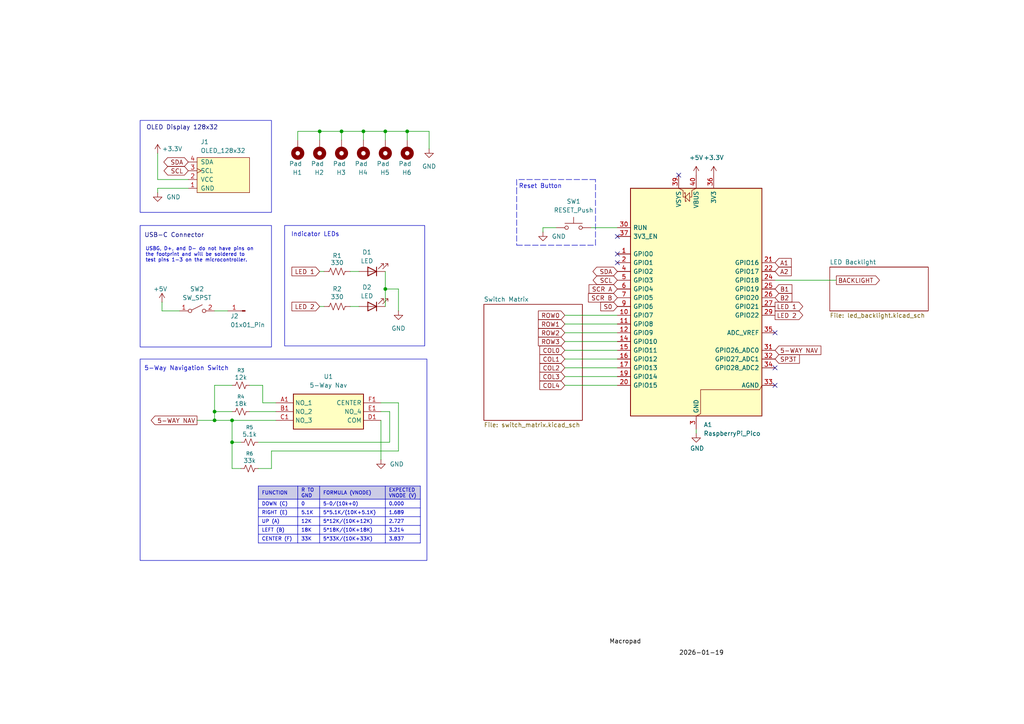
<source format=kicad_sch>
(kicad_sch (version 20250114) (generator "eeschema") (generator_version "9.0")
  (paper "A4")
  (lib_symbols
    (symbol "Connector:Conn_01x01_Pin" (pin_names (offset 1.016) (hide yes))
      (property "Reference" "J" (at 0 2.54 0))
      (property "Value" "Conn_01x01_Pin" (at 0 -2.54 0))
      (symbol "Conn_01x01_Pin_1_1"
        (rectangle (start 0.8636 0.127) (end 0 -0.127) (stroke (width 0.1524)) (fill (type outline)))
        (polyline (pts (xy 1.27 0) (xy 0.8636 0)) (stroke (width 0.1524)))
        (pin passive line (at 5.08 0 180) (length 3.81) (name "Pin_1") (number "1"))
      )
    )
    (symbol "Device:LED" (pin_numbers (hide yes)) (pin_names (offset 1.016) (hide yes))
      (property "Reference" "D" (at 0 2.54 0))
      (property "Value" "LED" (at 0 -2.54 0))
      (symbol "LED_0_1"
        (polyline (pts (xy -3.048 -0.762) (xy -4.572 -2.286) (xy -3.81 -2.286) (xy -4.572 -2.286) (xy -4.572 -1.524)))
        (polyline (pts (xy -1.778 -0.762) (xy -3.302 -2.286) (xy -2.54 -2.286) (xy -3.302 -2.286) (xy -3.302 -1.524)))
        (polyline (pts (xy -1.27 0) (xy 1.27 0)))
        (polyline (pts (xy -1.27 -1.27) (xy -1.27 1.27)) (stroke (width 0.254)))
        (polyline (pts (xy 1.27 -1.27) (xy 1.27 1.27) (xy -1.27 0) (xy 1.27 -1.27)) (stroke (width 0.254)))
      )
      (symbol "LED_1_1"
        (pin passive line (at -3.81 0 0) (length 2.54) (name "K") (number "1"))
        (pin passive line (at 3.81 0 180) (length 2.54) (name "A") (number "2"))
      )
    )
    (symbol "Device:R_Small_US" (pin_numbers (hide yes)) (pin_names (offset 0.254) (hide yes))
      (property "Reference" "R" (at 0.762 0.508 0))
      (property "Value" "R_Small_US" (at 0.762 -1.016 0))
      (symbol "R_Small_US_1_1"
        (polyline (pts (xy 0 1.524) (xy 1.016 1.143) (xy 0 0.762) (xy -1.016 0.381) (xy 0 0)))
        (polyline (pts (xy 0 0) (xy 1.016 -0.381) (xy 0 -0.762) (xy -1.016 -1.143) (xy 0 -1.524)))
        (pin passive line (at 0 2.54 270) (length 1.016) (name "~") (number "1"))
        (pin passive line (at 0 -2.54 90) (length 1.016) (name "~") (number "2"))
      )
    )
    (symbol "Device:R_US" (pin_numbers (hide yes)) (pin_names (offset 0))
      (property "Reference" "R" (at 2.54 0 90))
      (property "Value" "R_US" (at -2.54 0 90))
      (symbol "R_US_0_1"
        (polyline (pts (xy 0 2.286) (xy 0 2.54)))
        (polyline (pts (xy 0 2.286) (xy 1.016 1.905) (xy 0 1.524) (xy -1.016 1.143) (xy 0 0.762)))
        (polyline (pts (xy 0 0.762) (xy 1.016 0.381) (xy 0 0) (xy -1.016 -0.381) (xy 0 -0.762)))
        (polyline (pts (xy 0 -0.762) (xy 1.016 -1.143) (xy 0 -1.524) (xy -1.016 -1.905) (xy 0 -2.286)))
        (polyline (pts (xy 0 -2.286) (xy 0 -2.54)))
      )
      (symbol "R_US_1_1"
        (pin passive line (at 0 3.81 270) (length 1.27) (name "~") (number "1"))
        (pin passive line (at 0 -3.81 90) (length 1.27) (name "~") (number "2"))
      )
    )
    (symbol "MCU_Module:RaspberryPi_Pico" (pin_names (offset 0.762))
      (property "Reference" "A" (at -19.05 35.56 0))
      (property "Value" "RaspberryPi_Pico" (at 7.62 35.56 0))
      (symbol "RaspberryPi_Pico_0_1"
        (rectangle (start -19.05 34.29) (end 19.05 -31.75) (stroke (width 0.254)) (fill (type background)))
        (polyline (pts (xy -5.08 34.29) (xy -3.81 33.655) (xy -3.81 31.75) (xy -3.175 31.75)))
        (polyline (pts (xy -3.429 32.766) (xy -3.429 33.02) (xy -3.175 33.02) (xy -3.175 30.48) (xy -2.921 30.48) (xy -2.921 30.734)))
        (polyline (pts (xy -3.175 31.75) (xy -1.905 33.02) (xy -1.905 30.48) (xy -3.175 31.75)))
        (polyline (pts (xy 0 34.29) (xy -1.27 33.655) (xy -1.27 31.75) (xy -1.905 31.75)))
        (polyline (pts (xy 0 -31.75) (xy 1.27 -31.115) (xy 1.27 -24.13) (xy 18.415 -24.13) (xy 19.05 -22.86)))
      )
      (symbol "RaspberryPi_Pico_1_1"
        (pin passive line (at -22.86 22.86 0) (length 3.81) (name "RUN") (number "30"))
        (pin passive line (at -22.86 20.32 0) (length 3.81) (name "3V3_EN") (number "37"))
        (pin bidirectional line (at -22.86 15.24 0) (length 3.81) (name "GPIO0") (number "1"))
        (pin bidirectional line (at -22.86 12.7 0) (length 3.81) (name "GPIO1") (number "2"))
        (pin bidirectional line (at -22.86 10.16 0) (length 3.81) (name "GPIO2") (number "4"))
        (pin bidirectional line (at -22.86 7.62 0) (length 3.81) (name "GPIO3") (number "5"))
        (pin bidirectional line (at -22.86 5.08 0) (length 3.81) (name "GPIO4") (number "6"))
        (pin bidirectional line (at -22.86 2.54 0) (length 3.81) (name "GPIO5") (number "7"))
        (pin bidirectional line (at -22.86 0 0) (length 3.81) (name "GPIO6") (number "9"))
        (pin bidirectional line (at -22.86 -2.54 0) (length 3.81) (name "GPIO7") (number "10"))
        (pin bidirectional line (at -22.86 -5.08 0) (length 3.81) (name "GPIO8") (number "11"))
        (pin bidirectional line (at -22.86 -7.62 0) (length 3.81) (name "GPIO9") (number "12"))
        (pin bidirectional line (at -22.86 -10.16 0) (length 3.81) (name "GPIO10") (number "14"))
        (pin bidirectional line (at -22.86 -12.7 0) (length 3.81) (name "GPIO11") (number "15"))
        (pin bidirectional line (at -22.86 -15.24 0) (length 3.81) (name "GPIO12") (number "16"))
        (pin bidirectional line (at -22.86 -17.78 0) (length 3.81) (name "GPIO13") (number "17"))
        (pin bidirectional line (at -22.86 -20.32 0) (length 3.81) (name "GPIO14") (number "19"))
        (pin bidirectional line (at -22.86 -22.86 0) (length 3.81) (name "GPIO15") (number "20"))
        (pin power_in line (at -5.08 38.1 270) (length 3.81) (name "VSYS") (number "39"))
        (pin power_out line (at 0 38.1 270) (length 3.81) (name "VBUS") (number "40"))
        (pin passive line (at 0 -35.56 90) (length 3.81) (hide yes) (name "GND") (number "13"))
        (pin passive line (at 0 -35.56 90) (length 3.81) (hide yes) (name "GND") (number "18"))
        (pin passive line (at 0 -35.56 90) (length 3.81) (hide yes) (name "GND") (number "23"))
        (pin passive line (at 0 -35.56 90) (length 3.81) (hide yes) (name "GND") (number "28"))
        (pin power_out line (at 0 -35.56 90) (length 3.81) (name "GND") (number "3"))
        (pin passive line (at 0 -35.56 90) (length 3.81) (hide yes) (name "GND") (number "38"))
        (pin passive line (at 0 -35.56 90) (length 3.81) (hide yes) (name "GND") (number "8"))
        (pin power_out line (at 5.08 38.1 270) (length 3.81) (name "3V3") (number "36"))
        (pin bidirectional line (at 22.86 12.7 180) (length 3.81) (name "GPIO16") (number "21"))
        (pin bidirectional line (at 22.86 10.16 180) (length 3.81) (name "GPIO17") (number "22"))
        (pin bidirectional line (at 22.86 7.62 180) (length 3.81) (name "GPIO18") (number "24"))
        (pin bidirectional line (at 22.86 5.08 180) (length 3.81) (name "GPIO19") (number "25"))
        (pin bidirectional line (at 22.86 2.54 180) (length 3.81) (name "GPIO20") (number "26"))
        (pin bidirectional line (at 22.86 0 180) (length 3.81) (name "GPIO21") (number "27"))
        (pin bidirectional line (at 22.86 -2.54 180) (length 3.81) (name "GPIO22") (number "29"))
        (pin power_in line (at 22.86 -7.62 180) (length 3.81) (name "ADC_VREF") (number "35"))
        (pin bidirectional line (at 22.86 -12.7 180) (length 3.81) (name "GPIO26_ADC0") (number "31"))
        (pin bidirectional line (at 22.86 -15.24 180) (length 3.81) (name "GPIO27_ADC1") (number "32"))
        (pin bidirectional line (at 22.86 -17.78 180) (length 3.81) (name "GPIO28_ADC2") (number "34"))
        (pin power_out line (at 22.86 -22.86 180) (length 3.81) (name "AGND") (number "33"))
      )
    )
    (symbol "MU-AS90R:MU-AS90R"
      (property "Reference" "S" (at 26.67 7.62 0))
      (property "Value" "MU-AS90R" (at 26.67 5.08 0))
      (symbol "MU-AS90R_1_1"
        (rectangle (start 5.08 2.54) (end 25.4 -7.62) (stroke (width 0.254)) (fill (type background)))
        (pin passive line (at 0 0 0) (length 5.08) (name "NO_1") (number "A1"))
        (pin passive line (at 0 -2.54 0) (length 5.08) (name "NO_2") (number "B1"))
        (pin passive line (at 0 -5.08 0) (length 5.08) (name "NO_3") (number "C1"))
        (pin passive line (at 30.48 0 180) (length 5.08) (name "CENTER") (number "F1"))
        (pin passive line (at 30.48 -2.54 180) (length 5.08) (name "NO_4") (number "E1"))
        (pin passive line (at 30.48 -5.08 180) (length 5.08) (name "COM") (number "D1"))
      )
    )
    (symbol "Mechanical:MountingHole_Pad" (pin_numbers (hide yes)) (pin_names (offset 1.016) (hide yes)) (in_bom no)
      (property "Reference" "H" (at 0 6.35 0))
      (property "Value" "MountingHole_Pad" (at 0 4.445 0))
      (symbol "MountingHole_Pad_0_1"
        (circle (center 0 1.27) (radius 1.27) (stroke (width 1.27)))
      )
      (symbol "MountingHole_Pad_1_1"
        (pin input line (at 0 -2.54 90) (length 2.54) (name "1") (number "1"))
      )
    )
    (symbol "ScottoKeebs:OLED_128x32" (pin_names (offset 1.016))
      (property "Reference" "J" (at 0 -6.35 0))
      (property "Value" "OLED_128x32" (at 0 6.35 0))
      (symbol "OLED_128x32_0_1"
        (rectangle (start 0 5.08) (end 15.24 -5.08) (fill (type background)))
      )
      (symbol "OLED_128x32_1_1"
        (pin bidirectional line (at -2.54 3.81 0) (length 2.54) (name "SDA") (number "4"))
        (pin input clock (at -2.54 1.27 0) (length 2.54) (name "SCL") (number "3"))
        (pin power_in line (at -2.54 -1.27 0) (length 2.54) (name "VCC") (number "2"))
        (pin power_in line (at -2.54 -3.81 0) (length 2.54) (name "GND") (number "1"))
      )
    )
    (symbol "Switch:SW_Push" (pin_numbers (hide yes)) (pin_names (offset 1.016) (hide yes))
      (property "Reference" "SW" (at 1.27 2.54 0))
      (property "Value" "SW_Push" (at 0 -1.524 0))
      (symbol "SW_Push_0_1"
        (circle (center -2.032 0) (radius 0.508))
        (polyline (pts (xy 0 1.27) (xy 0 3.048)))
        (circle (center 2.032 0) (radius 0.508))
        (polyline (pts (xy 2.54 1.27) (xy -2.54 1.27)))
        (pin passive line (at -5.08 0 0) (length 2.54) (name "1") (number "1"))
        (pin passive line (at 5.08 0 180) (length 2.54) (name "2") (number "2"))
      )
    )
    (symbol "Switch:SW_SPST" (pin_names (offset 0) (hide yes))
      (property "Reference" "SW" (at 0 3.175 0))
      (property "Value" "SW_SPST" (at 0 -2.54 0))
      (symbol "SW_SPST_0_0"
        (circle (center -2.032 0) (radius 0.508))
        (polyline (pts (xy -1.524 0.254) (xy 1.524 1.778)))
        (circle (center 2.032 0) (radius 0.508))
      )
      (symbol "SW_SPST_1_1"
        (pin passive line (at -5.08 0 0) (length 2.54) (name "A") (number "1"))
        (pin passive line (at 5.08 0 180) (length 2.54) (name "B") (number "2"))
      )
    )
    (symbol "power:+3.3V" (power) (pin_numbers (hide yes)) (pin_names (offset 0) (hide yes))
      (property "Value" "+3.3V" (at 0 3.556 0))
      (symbol "+3.3V_0_1"
        (polyline (pts (xy -0.762 1.27) (xy 0 2.54)))
        (polyline (pts (xy 0 2.54) (xy 0.762 1.27)))
        (polyline (pts (xy 0 0) (xy 0 2.54)))
      )
      (symbol "+3.3V_1_1"
        (pin power_in line (at 0 0 90) (length 0) (name "~") (number "1"))
      )
    )
    (symbol "power:+5V" (power) (pin_numbers (hide yes)) (pin_names (offset 0) (hide yes))
      (property "Value" "+5V" (at 0 3.556 0))
      (symbol "+5V_0_1"
        (polyline (pts (xy -0.762 1.27) (xy 0 2.54)))
        (polyline (pts (xy 0 2.54) (xy 0.762 1.27)))
        (polyline (pts (xy 0 0) (xy 0 2.54)))
      )
      (symbol "+5V_1_1"
        (pin power_in line (at 0 0 90) (length 0) (name "~") (number "1"))
      )
    )
    (symbol "power:GND" (power) (pin_numbers (hide yes)) (pin_names (offset 0) (hide yes))
      (property "Value" "GND" (at 0 -3.81 0))
      (symbol "GND_0_1"
        (polyline (pts (xy 0 0) (xy 0 -1.27) (xy 1.27 -1.27) (xy 0 -2.54) (xy -1.27 -1.27) (xy 0 -1.27)))
      )
      (symbol "GND_1_1"
        (pin power_in line (at 0 0 270) (length 0) (name "~") (number "1"))
      )
    )
  )
  (rectangle (start 40.64 104.14) (end 123.825 162.56))
  (rectangle (start 82.55 65.405) (end 123.19 100.33))
  (rectangle (start 40.64 65.4049) (end 78.74 100.6475))
  (rectangle (start 40.64 34.925) (end 78.74 61.595))
  (text "USBG, D+, and D- do not have pins on\nthe footprint and will be soldered to\ntest pins 1-3 on the microcontroller." (at 42.164 73.914 0) (effects (font (size 1.016 1.016)) (justify left)))
  (text "OLED Display 128x32" (at 52.832 37.084 0) (effects (font (size 1.27 1.27))))
  (text "USB-C Connector" (at 50.546 68.326 0) (effects (font (size 1.27 1.27))))
  (text "2026-01-19" (at 203.454 189.484 0) (effects (font (size 1.27 1.27))))
  (text "Macropad" (at 181.356 186.182 0) (effects (font (size 1.27 1.27))))
  (text "Reset Button" (at 156.718 54.102 0) (effects (font (size 1.27 1.27))))
  (text "5-Way Navigation Switch" (at 54.102 106.934 0) (effects (font (size 1.27 1.27))))
  (text "Indicator LEDs" (at 91.44 68.072 0) (effects (font (size 1.27 1.27))))
  (junction (at 105.41 38.1))
  (junction (at 92.71 38.1))
  (junction (at 62.23 119.38))
  (junction (at 118.11 38.1))
  (junction (at 67.31 121.92))
  (junction (at 111.76 38.1))
  (junction (at 62.23 121.92))
  (junction (at 67.31 128.27))
  (junction (at 111.76 83.82))
  (junction (at 99.06 38.1))
  (no_connect (at 224.79 96.52))
  (no_connect (at 224.79 111.76))
  (no_connect (at 179.07 73.66))
  (no_connect (at 179.07 68.58))
  (no_connect (at 196.85 50.8))
  (no_connect (at 179.07 76.2))
  (no_connect (at 224.79 106.68))
  (wire (pts (xy 67.31 121.92) (xy 80.01 121.92)))
  (wire (pts (xy 201.93 124.46) (xy 201.93 125.73)))
  (wire (pts (xy 171.45 66.04) (xy 179.07 66.04)))
  (wire (pts (xy 69.85 135.89) (xy 67.31 135.89)))
  (polyline (pts (xy 172.72 71.12) (xy 172.72 52.07)) (stroke (width 0) (type dash)))
  (wire (pts (xy 74.93 128.27) (xy 113.03 128.27)))
  (wire (pts (xy 67.31 111.76) (xy 62.23 111.76)))
  (wire (pts (xy 93.98 88.9) (xy 92.71 88.9)))
  (wire (pts (xy 110.49 116.84) (xy 115.57 116.84)))
  (wire (pts (xy 115.57 83.82) (xy 115.57 90.17)))
  (wire (pts (xy 62.23 119.38) (xy 67.31 119.38)))
  (wire (pts (xy 86.36 40.64) (xy 86.36 38.1)))
  (wire (pts (xy 67.31 128.27) (xy 67.31 121.92)))
  (wire (pts (xy 99.06 38.1) (xy 105.41 38.1)))
  (wire (pts (xy 124.46 38.1) (xy 124.46 43.18)))
  (wire (pts (xy 62.23 111.76) (xy 62.23 119.38)))
  (wire (pts (xy 111.76 38.1) (xy 118.11 38.1)))
  (wire (pts (xy 163.83 91.44) (xy 179.07 91.44)))
  (wire (pts (xy 163.83 109.22) (xy 179.07 109.22)))
  (wire (pts (xy 111.76 83.82) (xy 115.57 83.82)))
  (wire (pts (xy 72.39 111.76) (xy 76.2 111.76)))
  (wire (pts (xy 46.99 90.17) (xy 52.07 90.17)))
  (wire (pts (xy 57.15 121.92) (xy 62.23 121.92)))
  (wire (pts (xy 118.11 38.1) (xy 118.11 40.64)))
  (wire (pts (xy 163.83 104.14) (xy 179.07 104.14)))
  (wire (pts (xy 99.06 38.1) (xy 99.06 40.64)))
  (wire (pts (xy 45.72 52.07) (xy 54.61 52.07)))
  (wire (pts (xy 110.49 121.92) (xy 110.49 133.35)))
  (wire (pts (xy 78.74 135.89) (xy 74.93 135.89)))
  (wire (pts (xy 69.85 128.27) (xy 67.31 128.27)))
  (wire (pts (xy 163.83 111.76) (xy 179.07 111.76)))
  (polyline (pts (xy 149.86 71.12) (xy 172.72 71.12)) (stroke (width 0) (type dash)))
  (wire (pts (xy 72.39 119.38) (xy 80.01 119.38)))
  (wire (pts (xy 78.74 130.81) (xy 78.74 135.89)))
  (wire (pts (xy 113.03 119.38) (xy 113.03 128.27)))
  (wire (pts (xy 110.49 119.38) (xy 113.03 119.38)))
  (wire (pts (xy 115.57 116.84) (xy 115.57 130.81)))
  (wire (pts (xy 92.71 38.1) (xy 92.71 40.64)))
  (wire (pts (xy 105.41 38.1) (xy 105.41 40.64)))
  (wire (pts (xy 157.48 66.04) (xy 161.29 66.04)))
  (wire (pts (xy 111.76 83.82) (xy 111.76 88.9)))
  (wire (pts (xy 104.14 78.74) (xy 101.6 78.74)))
  (wire (pts (xy 115.57 130.81) (xy 78.74 130.81)))
  (polyline (pts (xy 149.86 54.61) (xy 149.86 71.12)) (stroke (width 0) (type dash)))
  (polyline (pts (xy 149.86 52.07) (xy 149.86 54.61)) (stroke (width 0) (type dash)))
  (wire (pts (xy 157.48 67.31) (xy 157.48 66.04)))
  (wire (pts (xy 104.14 88.9) (xy 101.6 88.9)))
  (wire (pts (xy 105.41 38.1) (xy 111.76 38.1)))
  (wire (pts (xy 111.76 38.1) (xy 111.76 40.64)))
  (wire (pts (xy 92.71 38.1) (xy 99.06 38.1)))
  (wire (pts (xy 45.72 44.45) (xy 45.72 52.07)))
  (wire (pts (xy 163.83 99.06) (xy 179.07 99.06)))
  (wire (pts (xy 242.57 81.28) (xy 224.79 81.28)))
  (wire (pts (xy 111.76 78.74) (xy 111.76 83.82)))
  (wire (pts (xy 163.83 96.52) (xy 179.07 96.52)))
  (wire (pts (xy 118.11 38.1) (xy 124.46 38.1)))
  (wire (pts (xy 62.23 90.17) (xy 66.04 90.17)))
  (wire (pts (xy 93.98 78.74) (xy 92.71 78.74)))
  (wire (pts (xy 45.72 54.61) (xy 45.72 55.88)))
  (wire (pts (xy 46.99 87.63) (xy 46.99 90.17)))
  (wire (pts (xy 45.72 54.61) (xy 54.61 54.61)))
  (wire (pts (xy 67.31 135.89) (xy 67.31 128.27)))
  (wire (pts (xy 86.36 38.1) (xy 92.71 38.1)))
  (wire (pts (xy 62.23 121.92) (xy 67.31 121.92)))
  (polyline (pts (xy 172.72 52.07) (xy 149.86 52.07)) (stroke (width 0) (type dash)))
  (wire (pts (xy 62.23 119.38) (xy 62.23 121.92)))
  (wire (pts (xy 163.83 93.98) (xy 179.07 93.98)))
  (wire (pts (xy 163.83 101.6) (xy 179.07 101.6)))
  (wire (pts (xy 163.83 106.68) (xy 179.07 106.68)))
  (wire (pts (xy 76.2 111.76) (xy 76.2 116.84)))
  (wire (pts (xy 76.2 116.84) (xy 80.01 116.84)))
  (table (column_count 4) (border (external yes) (header yes)) (separators (rows yes) (cols yes)) (column_widths 11.43 6.35 19.05 10.16) (row_heights 3.81 2.54 2.54 2.54 2.54 2.54) (cells (table_cell "FUNCTION" (at 74.93 140.97 0) (size 11.43 3.81) (margins 0.9525 0.9525 0.9525 0.9525) (span 1 1) (fill (type color) (color 0 0 132 0.2))) (table_cell "R TO GND" (at 86.36 140.97 0) (size 6.35 3.81) (margins 0.9525 0.9525 0.9525 0.9525) (span 1 1) (fill (type color) (color 0 0 132 0.2))) (table_cell "FORMULA (VNODE)" (at 92.71 140.97 0) (size 19.05 3.81) (margins 0.9525 0.9525 0.9525 0.9525) (span 1 1) (fill (type color) (color 0 0 132 0.2))) (table_cell "EXPECTED VNODE (V)" (at 111.76 140.97 0) (size 10.16 3.81) (margins 0.9525 0.9525 0.9525 0.9525) (span 1 1) (fill (type color) (color 0 0 132 0.2))) (table_cell "DOWN (C)" (at 74.93 144.78 0) (size 11.43 2.54) (margins 0.9525 0.9525 0.9525 0.9525) (span 1 1)) (table_cell "0" (at 86.36 144.78 0) (size 6.35 2.54) (margins 0.9525 0.9525 0.9525 0.9525) (span 1 1)) (table_cell "5·0/(10k+0)" (at 92.71 144.78 0) (size 19.05 2.54) (margins 0.9525 0.9525 0.9525 0.9525) (span 1 1)) (table_cell "0.000" (at 111.76 144.78 0) (size 10.16 2.54) (margins 0.9525 0.9525 0.9525 0.9525) (span 1 1)) (table_cell "RIGHT (E)" (at 74.93 147.32 0) (size 11.43 2.54) (margins 0.9525 0.9525 0.9525 0.9525) (span 1 1)) (table_cell "5.1K" (at 86.36 147.32 0) (size 6.35 2.54) (margins 0.9525 0.9525 0.9525 0.9525) (span 1 1)) (table_cell "5*5.1K/(10K+5.1K)" (at 92.71 147.32 0) (size 19.05 2.54) (margins 0.9525 0.9525 0.9525 0.9525) (span 1 1)) (table_cell "1.689" (at 111.76 147.32 0) (size 10.16 2.54) (margins 0.9525 0.9525 0.9525 0.9525) (span 1 1)) (table_cell "UP (A)" (at 74.93 149.86 0) (size 11.43 2.54) (margins 0.9525 0.9525 0.9525 0.9525) (span 1 1)) (table_cell "12K" (at 86.36 149.86 0) (size 6.35 2.54) (margins 0.9525 0.9525 0.9525 0.9525) (span 1 1)) (table_cell "5*12K/(10K+12K)" (at 92.71 149.86 0) (size 19.05 2.54) (margins 0.9525 0.9525 0.9525 0.9525) (span 1 1)) (table_cell "2.727" (at 111.76 149.86 0) (size 10.16 2.54) (margins 0.9525 0.9525 0.9525 0.9525) (span 1 1)) (table_cell "LEFT (B)" (at 74.93 152.4 0) (size 11.43 2.54) (margins 0.9525 0.9525 0.9525 0.9525) (span 1 1)) (table_cell "18K" (at 86.36 152.4 0) (size 6.35 2.54) (margins 0.9525 0.9525 0.9525 0.9525) (span 1 1)) (table_cell "5*18K/(10K+18K)" (at 92.71 152.4 0) (size 19.05 2.54) (margins 0.9525 0.9525 0.9525 0.9525) (span 1 1)) (table_cell "3.214" (at 111.76 152.4 0) (size 10.16 2.54) (margins 0.9525 0.9525 0.9525 0.9525) (span 1 1)) (table_cell "CENTER (F)" (at 74.93 154.94 0) (size 11.43 2.54) (margins 0.9525 0.9525 0.9525 0.9525) (span 1 1)) (table_cell "33K" (at 86.36 154.94 0) (size 6.35 2.54) (margins 0.9525 0.9525 0.9525 0.9525) (span 1 1)) (table_cell "5*33K/(10K+33K)" (at 92.71 154.94 0) (size 19.05 2.54) (margins 0.9525 0.9525 0.9525 0.9525) (span 1 1)) (table_cell "3.837" (at 111.76 154.94 0) (size 10.16 2.54) (margins 0.9525 0.9525 0.9525 0.9525) (span 1 1))))
  (global_label "A1" (shape input) (at 224.79 76.2 0) (property "Intersheetrefs" "${INTERSHEET_REFS}" (effects (hide yes))))
  (global_label "B2" (shape input) (at 224.79 86.36 0) (property "Intersheetrefs" "${INTERSHEET_REFS}" (effects (hide yes))))
  (global_label "COL1" (shape input) (at 163.83 104.14 180) (property "Intersheetrefs" "${INTERSHEET_REFS}" (effects (hide yes))))
  (global_label "ROW1" (shape input) (at 163.83 93.98 180) (property "Intersheetrefs" "${INTERSHEET_REFS}" (effects (hide yes))))
  (global_label "SP3T" (shape input) (at 224.79 104.14 0) (property "Intersheetrefs" "${INTERSHEET_REFS}" (effects (hide yes))))
  (global_label "5-WAY NAV" (shape input) (at 224.79 101.6 0) (property "Intersheetrefs" "${INTERSHEET_REFS}" (effects (hide yes))))
  (global_label "BACKLIGHT" (shape output) (at 242.57 81.28 0) (property "Intersheetrefs" "${INTERSHEET_REFS}" (effects (hide yes))))
  (global_label "COL3" (shape input) (at 163.83 109.22 180) (property "Intersheetrefs" "${INTERSHEET_REFS}" (effects (hide yes))))
  (global_label "LED 2" (shape output) (at 224.79 91.44 0) (property "Intersheetrefs" "${INTERSHEET_REFS}" (effects (hide yes))))
  (global_label "ROW2" (shape input) (at 163.83 96.52 180) (property "Intersheetrefs" "${INTERSHEET_REFS}" (effects (hide yes))))
  (global_label "A2" (shape input) (at 224.79 78.74 0) (property "Intersheetrefs" "${INTERSHEET_REFS}" (effects (hide yes))))
  (global_label "LED 2" (shape input) (at 92.71 88.9 180) (property "Intersheetrefs" "${INTERSHEET_REFS}" (effects (hide yes))))
  (global_label "SCR A" (shape input) (at 179.07 83.82 180) (property "Intersheetrefs" "${INTERSHEET_REFS}" (effects (hide yes))))
  (global_label "ROW0" (shape input) (at 163.83 91.44 180) (property "Intersheetrefs" "${INTERSHEET_REFS}" (effects (hide yes))))
  (global_label "SCR B" (shape input) (at 179.07 86.36 180) (property "Intersheetrefs" "${INTERSHEET_REFS}" (effects (hide yes))))
  (global_label "LED 1" (shape input) (at 92.71 78.74 180) (property "Intersheetrefs" "${INTERSHEET_REFS}" (effects (hide yes))))
  (global_label "COL2" (shape input) (at 163.83 106.68 180) (property "Intersheetrefs" "${INTERSHEET_REFS}" (effects (hide yes))))
  (global_label "S0" (shape input) (at 179.07 88.9 180) (property "Intersheetrefs" "${INTERSHEET_REFS}" (effects (hide yes))))
  (global_label "SDA" (shape bidirectional) (at 54.61 46.99 180) (property "Intersheetrefs" "${INTERSHEET_REFS}" (effects (hide yes))))
  (global_label "ROW3" (shape input) (at 163.83 99.06 180) (property "Intersheetrefs" "${INTERSHEET_REFS}" (effects (hide yes))))
  (global_label "LED 1" (shape output) (at 224.79 88.9 0) (property "Intersheetrefs" "${INTERSHEET_REFS}" (effects (hide yes))))
  (global_label "COL0" (shape input) (at 163.83 101.6 180) (property "Intersheetrefs" "${INTERSHEET_REFS}" (effects (hide yes))))
  (global_label "SCL" (shape bidirectional) (at 179.07 81.28 180) (property "Intersheetrefs" "${INTERSHEET_REFS}" (effects (hide yes))))
  (global_label "SDA" (shape bidirectional) (at 179.07 78.74 180) (property "Intersheetrefs" "${INTERSHEET_REFS}" (effects (hide yes))))
  (global_label "COL4" (shape input) (at 163.83 111.76 180) (property "Intersheetrefs" "${INTERSHEET_REFS}" (effects (hide yes))))
  (global_label "5-WAY NAV" (shape output) (at 57.15 121.92 180) (property "Intersheetrefs" "${INTERSHEET_REFS}" (effects (hide yes))))
  (global_label "B1" (shape input) (at 224.79 83.82 0) (property "Intersheetrefs" "${INTERSHEET_REFS}" (effects (hide yes))))
  (global_label "SCL" (shape bidirectional) (at 54.61 49.53 180) (property "Intersheetrefs" "${INTERSHEET_REFS}" (effects (hide yes))))
  (symbol (lib_id "Device:R_Small_US") (at 69.85 119.38 90) (unit 1)
    (property "Reference" "R4" (at 69.85 115.062 90) (effects (font (size 1.016 1.016))))
    (property "Value" "18k" (at 69.85 117.094 90))
    (property "Footprint" "Resistor_THT:R_Axial_DIN0207_L6.3mm_D2.5mm_P10.16mm_Horizontal" (effects (hide yes)))
    (property "Description" "Resistor, small US symbol" (effects (hide yes)))
  )
  (symbol (lib_id "ScottoKeebs:OLED_128x32") (at 57.15 50.8 0) (unit 1)
    (property "Reference" "J1" (at 58.166 41.148 0) (effects (justify left)))
    (property "Value" "OLED_128x32" (at 58.166 43.688 0) (effects (justify left)))
    (property "Footprint" "Connector_PinHeader_2.54mm:PinHeader_1x04_P2.54mm_Vertical" (effects (hide yes)))
  )
  (symbol (lib_id "power:+3.3V") (at 207.01 50.8 0) (unit 1)
    (property "Reference" "#PWR04" (effects (hide yes)))
    (property "Value" "+3.3V" (at 207.01 45.72 0))
    (property "Description" "Power symbol creates a global label with name \"+3.3V\"" (effects (hide yes)))
  )
  (symbol (lib_id "power:GND") (at 124.46 43.18 0) (unit 1)
    (property "Reference" "#PWR01" (effects (hide yes)))
    (property "Value" "GND" (at 124.46 48.26 0))
    (property "Description" "Power symbol creates a global label with name \"GND\" , ground" (effects (hide yes)))
  )
  (symbol (lib_id "Device:R_Small_US") (at 72.39 135.89 90) (unit 1)
    (property "Reference" "R6" (at 72.39 131.572 90) (effects (font (size 1.016 1.016))))
    (property "Value" "33k" (at 72.39 133.604 90))
    (property "Footprint" "Resistor_THT:R_Axial_DIN0207_L6.3mm_D2.5mm_P10.16mm_Horizontal" (effects (hide yes)))
    (property "Description" "Resistor, small US symbol" (effects (hide yes)))
  )
  (symbol (lib_id "Device:LED") (at 107.95 88.9 180) (unit 1)
    (property "Reference" "D2" (at 106.426 83.312 0))
    (property "Value" "LED" (at 106.426 85.852 0))
    (property "Footprint" "LED_THT:LED_D3.0mm" (effects (hide yes)))
    (property "Description" "Light emitting diode" (effects (hide yes)))
    (property "Sim.Pins" "1=K 2=A" (effects (hide yes)))
  )
  (symbol (lib_id "power:GND") (at 201.93 125.73 0) (unit 1)
    (property "Reference" "#PWR09" (effects (hide yes)))
    (property "Value" "GND" (at 202.184 130.048 0))
    (property "Description" "Power symbol creates a global label with name \"GND\" , ground" (effects (hide yes)))
  )
  (symbol (lib_id "Mechanical:MountingHole_Pad") (at 111.76 43.18 180) (unit 1) (in_bom no)
    (property "Reference" "H5" (at 113.03 50.038 0) (effects (justify left)))
    (property "Value" "Pad" (at 113.03 47.4979 0) (effects (justify left)))
    (property "Footprint" "MountingHole:MountingHole_2.2mm_M2_Pad" (effects (hide yes)))
    (property "Description" "Mounting Hole with connection" (effects (hide yes)))
  )
  (symbol (lib_id "Device:R_US") (at 97.79 78.74 90) (unit 1)
    (property "Reference" "R1" (at 97.79 74.168 90))
    (property "Value" "330" (at 97.79 76.2 90))
    (property "Footprint" "Resistor_THT:R_Axial_DIN0207_L6.3mm_D2.5mm_P10.16mm_Horizontal" (effects (hide yes)))
    (property "Description" "Resistor, US symbol" (effects (hide yes)))
  )
  (symbol (lib_id "Connector:Conn_01x01_Pin") (at 71.12 90.17 180) (unit 1)
    (property "Reference" "J2" (at 66.802 91.694 0) (effects (justify right)))
    (property "Value" "01x01_Pin" (at 66.802 94.234 0) (effects (justify right)))
    (property "Footprint" "Connector_Wire:SolderWire-0.25sqmm_1x01_D0.65mm_OD2mm" (effects (hide yes)))
    (property "Description" "Generic connector, single row, 01x01, script generated" (effects (hide yes)))
  )
  (symbol (lib_id "Switch:SW_Push") (at 166.37 66.04 0) (unit 1)
    (property "Reference" "SW1" (at 166.37 58.42 0))
    (property "Value" "RESET_Push" (at 166.37 60.96 0))
    (property "Footprint" "Button_Switch_SMD:SW_SPST_FSMSM" (effects (hide yes)))
    (property "Description" "Push button switch, generic, two pins" (effects (hide yes)))
  )
  (symbol (lib_id "power:+5V") (at 46.99 87.63 0) (unit 1)
    (property "Reference" "#PWR07" (effects (hide yes)))
    (property "Value" "+5V" (at 44.45 83.82 0) (effects (justify left)))
    (property "Description" "Power symbol creates a global label with name \"+5V\"" (effects (hide yes)))
  )
  (symbol (lib_id "power:GND") (at 45.72 55.88 0) (unit 1)
    (property "Reference" "#PWR05" (effects (hide yes)))
    (property "Value" "GND" (at 48.26 57.1499 0) (effects (justify left)))
    (property "Description" "Power symbol creates a global label with name \"GND\" , ground" (effects (hide yes)))
  )
  (symbol (lib_id "power:+5V") (at 201.93 50.8 0) (unit 1)
    (property "Reference" "#PWR03" (effects (hide yes)))
    (property "Value" "+5V" (at 201.93 45.72 0))
    (property "Description" "Power symbol creates a global label with name \"+5V\"" (effects (hide yes)))
  )
  (symbol (lib_id "Mechanical:MountingHole_Pad") (at 99.06 43.18 180) (unit 1) (in_bom no)
    (property "Reference" "H3" (at 100.33 50.038 0) (effects (justify left)))
    (property "Value" "Pad" (at 100.33 47.4979 0) (effects (justify left)))
    (property "Footprint" "MountingHole:MountingHole_2.2mm_M2_Pad" (effects (hide yes)))
    (property "Description" "Mounting Hole with connection" (effects (hide yes)))
  )
  (symbol (lib_id "Mechanical:MountingHole_Pad") (at 118.11 43.18 180) (unit 1) (in_bom no)
    (property "Reference" "H6" (at 119.38 50.038 0) (effects (justify left)))
    (property "Value" "Pad" (at 119.38 47.4979 0) (effects (justify left)))
    (property "Footprint" "MountingHole:MountingHole_2.2mm_M2_Pad" (effects (hide yes)))
    (property "Description" "Mounting Hole with connection" (effects (hide yes)))
  )
  (symbol (lib_id "MU-AS90R:MU-AS90R") (at 80.01 116.84 0) (unit 1)
    (property "Reference" "U1" (at 95.25 109.22 0))
    (property "Value" "5-Way Nav" (at 95.25 111.76 0))
    (property "Footprint" "macropad_components:MUAS90R" (effects (hide yes)))
    (property "Datasheet" "https://www.apem.com/idec-apem/en_US/medias/PCB-MU-serie.pdf?context=bWFzdGVyfGRvY3VtZW50c3w0MTk2OTF8YXBwbGljYXRpb24vcGRmfGg2ZC9oMGEvOTQ2NDU3NTQyNjU5MC9QQ0JfTVVfc2VyaWUucGRmfDhmZDg0OWQ5ZjViYWFlZjljODY5ZmI3YmMzY2U3MzBjNmNiMzE0MzZkY2ZmMjQ4ZGRjNTJjOWQ0ZTc0NG" (effects (hide yes)))
    (property "Description" "Multi-Directional Switches 5-way Switch, SMD, Height 9mm" (effects (hide yes)))
    (property "MF" "ALPS" (effects (hide yes)))
    (property "Description_1" "PCB Stick switch 4 directional" (effects (hide yes)))
    (property "Package" "None" (effects (hide yes)))
    (property "Price" "None" (effects (hide yes)))
    (property "SnapEDA_Link" "https://www.snapeda.com/parts/SKQUAAA010/ALPS/view-part/?ref=snap" (effects (hide yes)))
    (property "MP" "SKQUAAA010" (effects (hide yes)))
    (property "Availability" "In Stock" (effects (hide yes)))
    (property "Check_prices" "https://www.snapeda.com/parts/SKQUAAA010/ALPS/view-part/?ref=eda" (effects (hide yes)))
    (property "Height" "9.2" (effects (hide yes)))
    (property "Manufacturer_Name" "Apem" (effects (hide yes)))
    (property "Manufacturer_Part_Number" "MU-AS90R" (effects (hide yes)))
    (property "Mouser Part Number" "642-MU-AS90R" (effects (hide yes)))
    (property "Mouser Price/Stock" "https://www.mouser.co.uk/ProductDetail/Apem/MU-AS90R?qs=mELouGlnn3cGEpjh4y0%2F8w%3D%3D" (effects (hide yes)))
  )
  (symbol (lib_id "Device:R_US") (at 97.79 88.9 90) (unit 1)
    (property "Reference" "R2" (at 97.79 83.82 90))
    (property "Value" "330" (at 97.79 86.106 90))
    (property "Footprint" "Resistor_THT:R_Axial_DIN0207_L6.3mm_D2.5mm_P10.16mm_Horizontal" (effects (hide yes)))
    (property "Description" "Resistor, US symbol" (effects (hide yes)))
  )
  (symbol (lib_id "Switch:SW_SPST") (at 57.15 90.17 0) (unit 1)
    (property "Reference" "SW2" (at 57.15 83.82 0))
    (property "Value" "SW_SPST" (at 57.15 86.36 0))
    (property "Footprint" "Button_Switch_SMD:SW_DIP_SPSTx01_Slide_6.7x4.1mm_W6.73mm_P2.54mm_LowProfile_JPin" (effects (hide yes)))
    (property "Description" "Single Pole Single Throw (SPST) switch" (effects (hide yes)))
  )
  (symbol (lib_id "Mechanical:MountingHole_Pad") (at 92.71 43.18 180) (unit 1) (in_bom no)
    (property "Reference" "H2" (at 93.98 50.038 0) (effects (justify left)))
    (property "Value" "Pad" (at 93.98 47.4979 0) (effects (justify left)))
    (property "Footprint" "MountingHole:MountingHole_2.2mm_M2_Pad" (effects (hide yes)))
    (property "Description" "Mounting Hole with connection" (effects (hide yes)))
  )
  (symbol (lib_id "Device:R_Small_US") (at 69.85 111.76 90) (unit 1)
    (property "Reference" "R3" (at 69.85 107.442 90) (effects (font (size 1.016 1.016))))
    (property "Value" "12k" (at 69.85 109.474 90))
    (property "Footprint" "Resistor_THT:R_Axial_DIN0207_L6.3mm_D2.5mm_P10.16mm_Horizontal" (effects (hide yes)))
    (property "Description" "Resistor, small US symbol" (effects (hide yes)))
  )
  (symbol (lib_id "MCU_Module:RaspberryPi_Pico") (at 201.93 88.9 0) (unit 1)
    (property "Reference" "A1" (at 204.0733 123.19 0) (effects (justify left)))
    (property "Value" "RaspberryPi_Pico" (at 204.0733 125.73 0) (effects (justify left)))
    (property "Footprint" "Module:RaspberryPi_Pico_Common_THT" (effects (hide yes)))
    (property "Datasheet" "https://datasheets.raspberrypi.com/pico/pico-datasheet.pdf" (effects (hide yes)))
    (property "Description" "Versatile and inexpensive microcontroller module powered by RP2040 dual-core Arm Cortex-M0+ processor up to 133 MHz, 264kB SRAM, 2MB QSPI flash; also supports Raspberry Pi Pico 2" (effects (hide yes)))
  )
  (symbol (lib_id "power:+3.3V") (at 45.72 44.45 0) (unit 1)
    (property "Reference" "#PWR02" (effects (hide yes)))
    (property "Value" "+3.3V" (at 46.99 43.18 0) (effects (justify left)))
    (property "Description" "Power symbol creates a global label with name \"+3.3V\"" (effects (hide yes)))
  )
  (symbol (lib_id "power:GND") (at 115.57 90.17 0) (unit 1)
    (property "Reference" "#PWR08" (effects (hide yes)))
    (property "Value" "GND" (at 115.57 95.25 0))
    (property "Description" "Power symbol creates a global label with name \"GND\" , ground" (effects (hide yes)))
  )
  (symbol (lib_id "Mechanical:MountingHole_Pad") (at 105.41 43.18 180) (unit 1) (in_bom no)
    (property "Reference" "H4" (at 106.68 50.038 0) (effects (justify left)))
    (property "Value" "Pad" (at 106.68 47.4979 0) (effects (justify left)))
    (property "Footprint" "MountingHole:MountingHole_2.2mm_M2_Pad" (effects (hide yes)))
    (property "Description" "Mounting Hole with connection" (effects (hide yes)))
  )
  (symbol (lib_id "power:GND") (at 110.49 133.35 0) (unit 1)
    (property "Reference" "#PWR010" (effects (hide yes)))
    (property "Value" "GND" (at 113.03 134.6199 0) (effects (justify left)))
    (property "Description" "Power symbol creates a global label with name \"GND\" , ground" (effects (hide yes)))
  )
  (symbol (lib_id "Device:R_Small_US") (at 72.39 128.27 90) (unit 1)
    (property "Reference" "R5" (at 72.39 123.952 90) (effects (font (size 1.016 1.016))))
    (property "Value" "5.1k" (at 72.39 125.984 90))
    (property "Footprint" "Resistor_THT:R_Axial_DIN0207_L6.3mm_D2.5mm_P10.16mm_Horizontal" (effects (hide yes)))
    (property "Description" "Resistor, small US symbol" (effects (hide yes)))
  )
  (symbol (lib_id "Mechanical:MountingHole_Pad") (at 86.36 43.18 180) (unit 1) (in_bom no)
    (property "Reference" "H1" (at 87.63 50.038 0) (effects (justify left)))
    (property "Value" "Pad" (at 87.63 47.4979 0) (effects (justify left)))
    (property "Footprint" "MountingHole:MountingHole_2.2mm_M2_Pad" (effects (hide yes)))
    (property "Description" "Mounting Hole with connection" (effects (hide yes)))
  )
  (symbol (lib_id "power:GND") (at 157.48 67.31 0) (unit 1)
    (property "Reference" "#PWR06" (effects (hide yes)))
    (property "Value" "GND" (at 160.02 68.5799 0) (effects (justify left)))
    (property "Description" "Power symbol creates a global label with name \"GND\" , ground" (effects (hide yes)))
  )
  (symbol (lib_id "Device:LED") (at 107.95 78.74 180) (unit 1)
    (property "Reference" "D1" (at 106.426 73.152 0))
    (property "Value" "LED" (at 106.426 75.692 0))
    (property "Footprint" "LED_THT:LED_D3.0mm" (effects (hide yes)))
    (property "Description" "Light emitting diode" (effects (hide yes)))
    (property "Sim.Pins" "1=K 2=A" (effects (hide yes)))
  )
  (sheet (at 140.335 88.265) (size 28.575 33.655) (stroke (width 0.1524))
    (property "Sheetname" "Switch Matrix" (at 140.335 87.5534 0) (effects (justify left bottom)))
    (property "Sheetfile" "switch_matrix.kicad_sch" (at 140.335 122.5046 0) (effects (justify left top)))
  )
  (sheet (at 240.665 77.47) (size 28.575 12.7) (stroke (width 0.1524))
    (property "Sheetname" "LED Backlight" (at 240.665 76.7584 0) (effects (justify left bottom)))
    (property "Sheetfile" "led_backlight.kicad_sch" (at 240.665 90.7546 0) (effects (justify left top)))
  )
)
</source>
